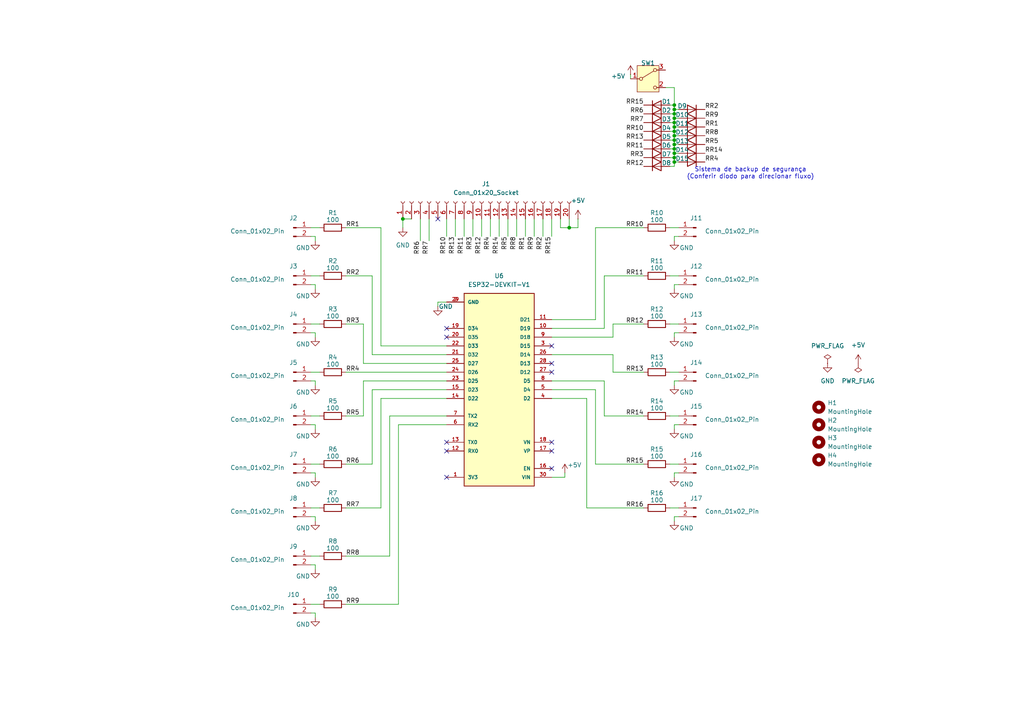
<source format=kicad_sch>
(kicad_sch (version 20231120) (generator "eeschema") (generator_version "8.0")
  (paper "A4")
  (title_block (title "Tool Manager PCB Schematic") (date "08/10/2024") (company "ETS - Robert Bosch Curitiba"))
  (lib_symbols
    (symbol "Connector:Conn_01x02_Pin" (pin_names (offset 1.016) hide)
      (property "Reference" "J" (at 0 2.54 0))
      (property "Value" "Conn_01x02_Pin" (at 0 -5.08 0))
      (symbol "Conn_01x02_Pin_1_1"
        (polyline (pts (xy 1.27 -2.54) (xy 0.8636 -2.54)) (stroke (width 0.1524)))
        (polyline (pts (xy 1.27 0) (xy 0.8636 0)) (stroke (width 0.1524)))
        (rectangle (start 0.8636 -2.413) (end 0 -2.667) (stroke (width 0.1524)) (fill (type outline)))
        (rectangle (start 0.8636 0.127) (end 0 -0.127) (stroke (width 0.1524)) (fill (type outline)))
        (pin passive line (at 5.08 0 180) (length 3.81) (name "Pin_1") (number "1"))
        (pin passive line (at 5.08 -2.54 180) (length 3.81) (name "Pin_2") (number "2"))
      )
    )
    (symbol "Connector:Conn_01x20_Socket" (pin_names (offset 1.016) hide)
      (property "Reference" "J" (at 0 25.4 0))
      (property "Value" "Conn_01x20_Socket" (at 0 -27.94 0))
      (symbol "Conn_01x20_Socket_1_1"
        (arc (start 0 -24.892) (mid -0.5058 -25.4) (end 0 -25.908) (stroke (width 0.1524)))
        (arc (start 0 -22.352) (mid -0.5058 -22.86) (end 0 -23.368) (stroke (width 0.1524)))
        (arc (start 0 -19.812) (mid -0.5058 -20.32) (end 0 -20.828) (stroke (width 0.1524)))
        (arc (start 0 -17.272) (mid -0.5058 -17.78) (end 0 -18.288) (stroke (width 0.1524)))
        (arc (start 0 -14.732) (mid -0.5058 -15.24) (end 0 -15.748) (stroke (width 0.1524)))
        (arc (start 0 -12.192) (mid -0.5058 -12.7) (end 0 -13.208) (stroke (width 0.1524)))
        (arc (start 0 -9.652) (mid -0.5058 -10.16) (end 0 -10.668) (stroke (width 0.1524)))
        (arc (start 0 -7.112) (mid -0.5058 -7.62) (end 0 -8.128) (stroke (width 0.1524)))
        (arc (start 0 -4.572) (mid -0.5058 -5.08) (end 0 -5.588) (stroke (width 0.1524)))
        (arc (start 0 -2.032) (mid -0.5058 -2.54) (end 0 -3.048) (stroke (width 0.1524)))
        (polyline (pts (xy -1.27 -25.4) (xy -0.508 -25.4)) (stroke (width 0.1524)))
        (polyline (pts (xy -1.27 -22.86) (xy -0.508 -22.86)) (stroke (width 0.1524)))
        (polyline (pts (xy -1.27 -20.32) (xy -0.508 -20.32)) (stroke (width 0.1524)))
        (polyline (pts (xy -1.27 -17.78) (xy -0.508 -17.78)) (stroke (width 0.1524)))
        (polyline (pts (xy -1.27 -15.24) (xy -0.508 -15.24)) (stroke (width 0.1524)))
        (polyline (pts (xy -1.27 -12.7) (xy -0.508 -12.7)) (stroke (width 0.1524)))
        (polyline (pts (xy -1.27 -10.16) (xy -0.508 -10.16)) (stroke (width 0.1524)))
        (polyline (pts (xy -1.27 -7.62) (xy -0.508 -7.62)) (stroke (width 0.1524)))
        (polyline (pts (xy -1.27 -5.08) (xy -0.508 -5.08)) (stroke (width 0.1524)))
        (polyline (pts (xy -1.27 -2.54) (xy -0.508 -2.54)) (stroke (width 0.1524)))
        (polyline (pts (xy -1.27 0) (xy -0.508 0)) (stroke (width 0.1524)))
        (polyline (pts (xy -1.27 2.54) (xy -0.508 2.54)) (stroke (width 0.1524)))
        (polyline (pts (xy -1.27 5.08) (xy -0.508 5.08)) (stroke (width 0.1524)))
        (polyline (pts (xy -1.27 7.62) (xy -0.508 7.62)) (stroke (width 0.1524)))
        (polyline (pts (xy -1.27 10.16) (xy -0.508 10.16)) (stroke (width 0.1524)))
        (polyline (pts (xy -1.27 12.7) (xy -0.508 12.7)) (stroke (width 0.1524)))
        (polyline (pts (xy -1.27 15.24) (xy -0.508 15.24)) (stroke (width 0.1524)))
        (polyline (pts (xy -1.27 17.78) (xy -0.508 17.78)) (stroke (width 0.1524)))
        (polyline (pts (xy -1.27 20.32) (xy -0.508 20.32)) (stroke (width 0.1524)))
        (polyline (pts (xy -1.27 22.86) (xy -0.508 22.86)) (stroke (width 0.1524)))
        (arc (start 0 0.508) (mid -0.5058 0) (end 0 -0.508) (stroke (width 0.1524)))
        (arc (start 0 3.048) (mid -0.5058 2.54) (end 0 2.032) (stroke (width 0.1524)))
        (arc (start 0 5.588) (mid -0.5058 5.08) (end 0 4.572) (stroke (width 0.1524)))
        (arc (start 0 8.128) (mid -0.5058 7.62) (end 0 7.112) (stroke (width 0.1524)))
        (arc (start 0 10.668) (mid -0.5058 10.16) (end 0 9.652) (stroke (width 0.1524)))
        (arc (start 0 13.208) (mid -0.5058 12.7) (end 0 12.192) (stroke (width 0.1524)))
        (arc (start 0 15.748) (mid -0.5058 15.24) (end 0 14.732) (stroke (width 0.1524)))
        (arc (start 0 18.288) (mid -0.5058 17.78) (end 0 17.272) (stroke (width 0.1524)))
        (arc (start 0 20.828) (mid -0.5058 20.32) (end 0 19.812) (stroke (width 0.1524)))
        (arc (start 0 23.368) (mid -0.5058 22.86) (end 0 22.352) (stroke (width 0.1524)))
        (pin passive line (at -5.08 22.86 0) (length 3.81) (name "Pin_1") (number "1"))
        (pin passive line (at -5.08 0 0) (length 3.81) (name "Pin_10") (number "10"))
        (pin passive line (at -5.08 -2.54 0) (length 3.81) (name "Pin_11") (number "11"))
        (pin passive line (at -5.08 -5.08 0) (length 3.81) (name "Pin_12") (number "12"))
        (pin passive line (at -5.08 -7.62 0) (length 3.81) (name "Pin_13") (number "13"))
        (pin passive line (at -5.08 -10.16 0) (length 3.81) (name "Pin_14") (number "14"))
        (pin passive line (at -5.08 -12.7 0) (length 3.81) (name "Pin_15") (number "15"))
        (pin passive line (at -5.08 -15.24 0) (length 3.81) (name "Pin_16") (number "16"))
        (pin passive line (at -5.08 -17.78 0) (length 3.81) (name "Pin_17") (number "17"))
        (pin passive line (at -5.08 -20.32 0) (length 3.81) (name "Pin_18") (number "18"))
        (pin passive line (at -5.08 -22.86 0) (length 3.81) (name "Pin_19") (number "19"))
        (pin passive line (at -5.08 20.32 0) (length 3.81) (name "Pin_2") (number "2"))
        (pin passive line (at -5.08 -25.4 0) (length 3.81) (name "Pin_20") (number "20"))
        (pin passive line (at -5.08 17.78 0) (length 3.81) (name "Pin_3") (number "3"))
        (pin passive line (at -5.08 15.24 0) (length 3.81) (name "Pin_4") (number "4"))
        (pin passive line (at -5.08 12.7 0) (length 3.81) (name "Pin_5") (number "5"))
        (pin passive line (at -5.08 10.16 0) (length 3.81) (name "Pin_6") (number "6"))
        (pin passive line (at -5.08 7.62 0) (length 3.81) (name "Pin_7") (number "7"))
        (pin passive line (at -5.08 5.08 0) (length 3.81) (name "Pin_8") (number "8"))
        (pin passive line (at -5.08 2.54 0) (length 3.81) (name "Pin_9") (number "9"))
      )
    )
    (symbol "Device:R" (pin_numbers hide) (pin_names (offset 0))
      (property "Reference" "R" (at 2.032 0 90))
      (property "Value" "R" (at 0 0 90))
      (symbol "R_0_1"
        (rectangle (start -1.016 -2.54) (end 1.016 2.54) (stroke (width 0.254)))
      )
      (symbol "R_1_1"
        (pin passive line (at 0 3.81 270) (length 1.27) (name "~") (number "1"))
        (pin passive line (at 0 -3.81 90) (length 1.27) (name "~") (number "2"))
      )
    )
    (symbol "Diode:STBR3008WY" (pin_numbers hide) (pin_names hide)
      (property "Reference" "D" (at 0 5.08 0))
      (property "Value" "STBR3008WY" (at 0 2.54 0))
      (symbol "STBR3008WY_0_1"
        (polyline (pts (xy -1.27 1.27) (xy -1.27 -1.27)) (stroke (width 0.254)))
        (polyline (pts (xy 1.27 0) (xy -1.27 0)))
        (polyline (pts (xy 1.27 1.27) (xy 1.27 -1.27) (xy -1.27 0) (xy 1.27 1.27)) (stroke (width 0.254)))
      )
      (symbol "STBR3008WY_1_1"
        (pin passive line (at -3.81 0 0) (length 2.54) (name "K") (number "1"))
        (pin passive line (at 3.81 0 180) (length 2.54) (name "A") (number "2"))
      )
    )
    (symbol "ESP32-DEVKIT-V1:ESP32-DEVKIT-V1" (pin_names (offset 1.016))
      (property "Reference" "U" (at -10.16 30.48 0))
      (property "Value" "ESP32-DEVKIT-V1" (at -10.16 -30.48 0))
      (symbol "ESP32-DEVKIT-V1_0_0"
        (rectangle (start -10.16 -27.94) (end 10.16 27.94) (stroke (width 0.254)) (fill (type background)))
        (pin output line (at 15.24 25.4 180) (length 5.08) (name "3V3") (number "1"))
        (pin bidirectional line (at -15.24 -17.78 0) (length 5.08) (name "D19") (number "10"))
        (pin bidirectional line (at -15.24 -20.32 0) (length 5.08) (name "D21") (number "11"))
        (pin input line (at 15.24 17.78 180) (length 5.08) (name "RX0") (number "12"))
        (pin output line (at 15.24 15.24 180) (length 5.08) (name "TX0") (number "13"))
        (pin bidirectional line (at 15.24 2.54 180) (length 5.08) (name "D22") (number "14"))
        (pin bidirectional line (at 15.24 0 180) (length 5.08) (name "D23") (number "15"))
        (pin input line (at -15.24 22.86 0) (length 5.08) (name "EN") (number "16"))
        (pin bidirectional line (at -15.24 17.78 0) (length 5.08) (name "VP") (number "17"))
        (pin bidirectional line (at -15.24 15.24 0) (length 5.08) (name "VN") (number "18"))
        (pin bidirectional line (at 15.24 -17.78 180) (length 5.08) (name "D34") (number "19"))
        (pin power_in line (at 15.24 -25.4 180) (length 5.08) (name "GND") (number "2"))
        (pin bidirectional line (at 15.24 -15.24 180) (length 5.08) (name "D35") (number "20"))
        (pin bidirectional line (at 15.24 -10.16 180) (length 5.08) (name "D32") (number "21"))
        (pin bidirectional line (at 15.24 -12.7 180) (length 5.08) (name "D33") (number "22"))
        (pin bidirectional line (at 15.24 -2.54 180) (length 5.08) (name "D25") (number "23"))
        (pin bidirectional line (at 15.24 -5.08 180) (length 5.08) (name "D26") (number "24"))
        (pin bidirectional line (at 15.24 -7.62 180) (length 5.08) (name "D27") (number "25"))
        (pin bidirectional line (at -15.24 -10.16 0) (length 5.08) (name "D14") (number "26"))
        (pin bidirectional line (at -15.24 -5.08 0) (length 5.08) (name "D12") (number "27"))
        (pin bidirectional line (at -15.24 -7.62 0) (length 5.08) (name "D13") (number "28"))
        (pin power_in line (at 15.24 -25.4 180) (length 5.08) (name "GND") (number "29"))
        (pin bidirectional line (at -15.24 -12.7 0) (length 5.08) (name "D15") (number "3"))
        (pin input line (at -15.24 25.4 0) (length 5.08) (name "VIN") (number "30"))
        (pin bidirectional line (at -15.24 2.54 0) (length 5.08) (name "D2") (number "4"))
        (pin bidirectional line (at -15.24 0 0) (length 5.08) (name "D4") (number "5"))
        (pin input line (at 15.24 10.16 180) (length 5.08) (name "RX2") (number "6"))
        (pin output line (at 15.24 7.62 180) (length 5.08) (name "TX2") (number "7"))
        (pin bidirectional line (at -15.24 -2.54 0) (length 5.08) (name "D5") (number "8"))
        (pin bidirectional line (at -15.24 -15.24 0) (length 5.08) (name "D18") (number "9"))
      )
    )
    (symbol "Mechanical:MountingHole" (pin_names (offset 1.016)) (exclude_from_sim yes) (in_bom no)
      (property "Reference" "H" (at 0 5.08 0))
      (property "Value" "MountingHole" (at 0 3.175 0))
      (symbol "MountingHole_0_1"
        (circle (center 0 0) (radius 1.27) (stroke (width 1.27)))
      )
    )
    (symbol "Switch:SW_Wuerth_450301014042" (pin_names (offset 1) hide)
      (property "Reference" "SW" (at 0 5.08 0))
      (property "Value" "SW_Wuerth_450301014042" (at 0 -5.08 0))
      (symbol "SW_Wuerth_450301014042_0_1"
        (circle (center -2.032 0) (radius 0.4572))
        (polyline (pts (xy -1.651 0.254) (xy 1.651 2.286)))
        (circle (center 2.032 -2.54) (radius 0.4572))
        (circle (center 2.032 2.54) (radius 0.4572))
      )
      (symbol "SW_Wuerth_450301014042_1_1"
        (rectangle (start -3.175 3.81) (end 3.175 -3.81) (fill (type background)))
        (pin passive line (at -5.08 0 0) (length 2.54) (name "B") (number "1"))
        (pin passive line (at 5.08 -2.54 180) (length 2.54) (name "C") (number "2"))
        (pin passive line (at 5.08 2.54 180) (length 2.54) (name "A") (number "3"))
      )
    )
    (symbol "power:+5V" (power) (pin_numbers hide) (pin_names (offset 0) hide)
      (property "Value" "+5V" (at 0 3.556 0))
      (symbol "+5V_0_1"
        (polyline (pts (xy -0.762 1.27) (xy 0 2.54)))
        (polyline (pts (xy 0 0) (xy 0 2.54)))
        (polyline (pts (xy 0 2.54) (xy 0.762 1.27)))
      )
      (symbol "+5V_1_1"
        (pin power_in line (at 0 0 90) (length 0) (name "~") (number "1"))
      )
    )
    (symbol "power:GND" (power) (pin_numbers hide) (pin_names (offset 0) hide)
      (property "Value" "GND" (at 0 -3.81 0))
      (symbol "GND_0_1"
        (polyline (pts (xy 0 0) (xy 0 -1.27) (xy 1.27 -1.27) (xy 0 -2.54) (xy -1.27 -1.27) (xy 0 -1.27)))
      )
      (symbol "GND_1_1"
        (pin power_in line (at 0 0 270) (length 0) (name "~") (number "1"))
      )
    )
    (symbol "power:PWR_FLAG" (power) (pin_numbers hide) (pin_names (offset 0) hide)
      (property "Value" "PWR_FLAG" (at 0 3.81 0))
      (symbol "PWR_FLAG_0_0"
        (pin power_out line (at 0 0 90) (length 0) (name "~") (number "1"))
      )
      (symbol "PWR_FLAG_0_1"
        (polyline (pts (xy 0 0) (xy 0 1.27) (xy -1.016 1.905) (xy 0 2.54) (xy 1.016 1.905) (xy 0 1.27)))
      )
    )
  )
  (junction (at 195.58 39.37))
  (junction (at 195.58 44.45))
  (junction (at 165.1 66.04))
  (junction (at 195.58 30.48))
  (junction (at 195.58 35.56))
  (junction (at 195.58 36.83))
  (junction (at 195.58 34.29))
  (junction (at 116.84 63.5))
  (junction (at 195.58 33.02))
  (junction (at 195.58 38.1))
  (junction (at 195.58 41.91))
  (junction (at 195.58 46.99))
  (junction (at 195.58 43.18))
  (junction (at 195.58 45.72))
  (junction (at 195.58 40.64))
  (junction (at 195.58 31.75))
  (no_connect (at 160.02 135.89))
  (no_connect (at 129.54 138.43))
  (no_connect (at 129.54 130.81))
  (no_connect (at 160.02 105.41))
  (no_connect (at 129.54 128.27))
  (no_connect (at 129.54 95.25))
  (no_connect (at 127 63.5))
  (no_connect (at 160.02 130.81))
  (no_connect (at 160.02 100.33))
  (no_connect (at 129.54 97.79))
  (no_connect (at 160.02 128.27))
  (no_connect (at 160.02 107.95))
  (wire (pts (xy 193.04 25.4) (xy 195.58 25.4)))
  (wire (pts (xy 129.54 113.03) (xy 107.95 113.03)))
  (wire (pts (xy 186.69 66.04) (xy 172.72 66.04)))
  (wire (pts (xy 195.58 36.83) (xy 195.58 35.56)))
  (wire (pts (xy 177.8 93.98) (xy 177.8 97.79)))
  (wire (pts (xy 90.17 96.52) (xy 91.44 96.52)))
  (wire (pts (xy 100.33 93.98) (xy 105.41 93.98)))
  (wire (pts (xy 107.95 102.87) (xy 129.54 102.87)))
  (wire (pts (xy 186.69 80.01) (xy 175.26 80.01)))
  (wire (pts (xy 195.58 96.52) (xy 195.58 97.79)))
  (wire (pts (xy 91.44 110.49) (xy 91.44 111.76)))
  (wire (pts (xy 91.44 96.52) (xy 91.44 97.79)))
  (wire (pts (xy 186.69 134.62) (xy 172.72 134.62)))
  (wire (pts (xy 100.33 147.32) (xy 110.49 147.32)))
  (wire (pts (xy 195.58 34.29) (xy 196.85 34.29)))
  (wire (pts (xy 195.58 31.75) (xy 196.85 31.75)))
  (wire (pts (xy 142.24 63.5) (xy 142.24 68.58)))
  (wire (pts (xy 137.16 63.5) (xy 137.16 68.58)))
  (wire (pts (xy 100.33 175.26) (xy 115.57 175.26)))
  (wire (pts (xy 195.58 40.64) (xy 195.58 39.37)))
  (wire (pts (xy 105.41 105.41) (xy 129.54 105.41)))
  (wire (pts (xy 182.88 21.59) (xy 182.88 22.86)))
  (wire (pts (xy 186.69 147.32) (xy 170.18 147.32)))
  (wire (pts (xy 196.85 93.98) (xy 194.31 93.98)))
  (wire (pts (xy 195.58 33.02) (xy 195.58 31.75)))
  (wire (pts (xy 195.58 45.72) (xy 195.58 44.45)))
  (wire (pts (xy 90.17 123.19) (xy 91.44 123.19)))
  (wire (pts (xy 196.85 120.65) (xy 194.31 120.65)))
  (wire (pts (xy 100.33 120.65) (xy 105.41 120.65)))
  (wire (pts (xy 91.44 149.86) (xy 91.44 151.13)))
  (wire (pts (xy 195.58 149.86) (xy 195.58 151.13)))
  (wire (pts (xy 107.95 80.01) (xy 107.95 102.87)))
  (wire (pts (xy 147.32 68.58) (xy 147.32 63.5)))
  (wire (pts (xy 129.54 110.49) (xy 105.41 110.49)))
  (wire (pts (xy 195.58 43.18) (xy 195.58 41.91)))
  (wire (pts (xy 160.02 97.79) (xy 177.8 97.79)))
  (wire (pts (xy 194.31 48.26) (xy 195.58 48.26)))
  (wire (pts (xy 196.85 68.58) (xy 195.58 68.58)))
  (wire (pts (xy 195.58 31.75) (xy 195.58 30.48)))
  (wire (pts (xy 90.17 93.98) (xy 92.71 93.98)))
  (wire (pts (xy 110.49 115.57) (xy 129.54 115.57)))
  (wire (pts (xy 100.33 66.04) (xy 110.49 66.04)))
  (wire (pts (xy 163.83 138.43) (xy 160.02 138.43)))
  (wire (pts (xy 149.86 68.58) (xy 149.86 63.5)))
  (wire (pts (xy 196.85 96.52) (xy 195.58 96.52)))
  (wire (pts (xy 160.02 68.58) (xy 160.02 63.5)))
  (wire (pts (xy 90.17 137.16) (xy 91.44 137.16)))
  (wire (pts (xy 107.95 113.03) (xy 107.95 134.62)))
  (wire (pts (xy 160.02 102.87) (xy 177.8 102.87)))
  (wire (pts (xy 196.85 82.55) (xy 195.58 82.55)))
  (wire (pts (xy 196.85 149.86) (xy 195.58 149.86)))
  (wire (pts (xy 172.72 134.62) (xy 172.72 113.03)))
  (wire (pts (xy 195.58 38.1) (xy 195.58 36.83)))
  (wire (pts (xy 196.85 123.19) (xy 195.58 123.19)))
  (wire (pts (xy 129.54 63.5) (xy 129.54 68.58)))
  (wire (pts (xy 196.85 66.04) (xy 194.31 66.04)))
  (wire (pts (xy 90.17 163.83) (xy 91.44 163.83)))
  (wire (pts (xy 90.17 120.65) (xy 92.71 120.65)))
  (wire (pts (xy 195.58 48.26) (xy 195.58 46.99)))
  (wire (pts (xy 100.33 107.95) (xy 129.54 107.95)))
  (wire (pts (xy 195.58 137.16) (xy 195.58 138.43)))
  (wire (pts (xy 160.02 115.57) (xy 170.18 115.57)))
  (wire (pts (xy 90.17 161.29) (xy 92.71 161.29)))
  (wire (pts (xy 90.17 149.86) (xy 91.44 149.86)))
  (wire (pts (xy 177.8 107.95) (xy 186.69 107.95)))
  (wire (pts (xy 115.57 175.26) (xy 115.57 123.19)))
  (wire (pts (xy 115.57 123.19) (xy 129.54 123.19)))
  (wire (pts (xy 195.58 25.4) (xy 195.58 30.48)))
  (wire (pts (xy 90.17 177.8) (xy 91.44 177.8)))
  (wire (pts (xy 196.85 137.16) (xy 195.58 137.16)))
  (wire (pts (xy 196.85 110.49) (xy 195.58 110.49)))
  (wire (pts (xy 91.44 68.58) (xy 91.44 69.85)))
  (wire (pts (xy 165.1 63.5) (xy 165.1 66.04)))
  (wire (pts (xy 195.58 30.48) (xy 194.31 30.48)))
  (wire (pts (xy 162.56 66.04) (xy 165.1 66.04)))
  (wire (pts (xy 194.31 35.56) (xy 195.58 35.56)))
  (wire (pts (xy 160.02 95.25) (xy 175.26 95.25)))
  (wire (pts (xy 194.31 40.64) (xy 195.58 40.64)))
  (wire (pts (xy 195.58 46.99) (xy 195.58 45.72)))
  (wire (pts (xy 195.58 35.56) (xy 195.58 34.29)))
  (wire (pts (xy 90.17 175.26) (xy 92.71 175.26)))
  (wire (pts (xy 194.31 38.1) (xy 195.58 38.1)))
  (wire (pts (xy 195.58 39.37) (xy 195.58 38.1)))
  (wire (pts (xy 195.58 82.55) (xy 195.58 83.82)))
  (wire (pts (xy 110.49 147.32) (xy 110.49 115.57)))
  (wire (pts (xy 100.33 161.29) (xy 113.03 161.29)))
  (wire (pts (xy 116.84 63.5) (xy 116.84 66.04)))
  (wire (pts (xy 90.17 82.55) (xy 91.44 82.55)))
  (wire (pts (xy 100.33 80.01) (xy 107.95 80.01)))
  (wire (pts (xy 152.4 68.58) (xy 152.4 63.5)))
  (wire (pts (xy 91.44 177.8) (xy 91.44 179.07)))
  (wire (pts (xy 116.84 63.5) (xy 119.38 63.5)))
  (wire (pts (xy 163.83 137.16) (xy 163.83 138.43)))
  (wire (pts (xy 194.31 43.18) (xy 195.58 43.18)))
  (wire (pts (xy 90.17 134.62) (xy 92.71 134.62)))
  (wire (pts (xy 194.31 33.02) (xy 195.58 33.02)))
  (wire (pts (xy 154.94 68.58) (xy 154.94 63.5)))
  (wire (pts (xy 139.7 63.5) (xy 139.7 68.58)))
  (wire (pts (xy 105.41 110.49) (xy 105.41 120.65)))
  (wire (pts (xy 195.58 44.45) (xy 195.58 43.18)))
  (wire (pts (xy 195.58 41.91) (xy 196.85 41.91)))
  (wire (pts (xy 90.17 110.49) (xy 91.44 110.49)))
  (wire (pts (xy 160.02 92.71) (xy 172.72 92.71)))
  (wire (pts (xy 175.26 80.01) (xy 175.26 95.25)))
  (wire (pts (xy 172.72 66.04) (xy 172.72 92.71)))
  (wire (pts (xy 110.49 66.04) (xy 110.49 100.33)))
  (wire (pts (xy 91.44 123.19) (xy 91.44 124.46)))
  (wire (pts (xy 157.48 68.58) (xy 157.48 63.5)))
  (wire (pts (xy 175.26 120.65) (xy 175.26 110.49)))
  (wire (pts (xy 90.17 80.01) (xy 92.71 80.01)))
  (wire (pts (xy 195.58 41.91) (xy 195.58 40.64)))
  (wire (pts (xy 121.92 63.5) (xy 121.92 69.85)))
  (wire (pts (xy 113.03 161.29) (xy 113.03 120.65)))
  (wire (pts (xy 113.03 120.65) (xy 129.54 120.65)))
  (wire (pts (xy 90.17 147.32) (xy 92.71 147.32)))
  (wire (pts (xy 132.08 63.5) (xy 132.08 68.58)))
  (wire (pts (xy 162.56 63.5) (xy 162.56 66.04)))
  (wire (pts (xy 196.85 107.95) (xy 194.31 107.95)))
  (wire (pts (xy 172.72 113.03) (xy 160.02 113.03)))
  (wire (pts (xy 195.58 46.99) (xy 196.85 46.99)))
  (wire (pts (xy 90.17 68.58) (xy 91.44 68.58)))
  (wire (pts (xy 165.1 66.04) (xy 167.64 66.04)))
  (wire (pts (xy 195.58 34.29) (xy 195.58 33.02)))
  (wire (pts (xy 194.31 45.72) (xy 195.58 45.72)))
  (wire (pts (xy 100.33 134.62) (xy 107.95 134.62)))
  (wire (pts (xy 195.58 36.83) (xy 196.85 36.83)))
  (wire (pts (xy 91.44 163.83) (xy 91.44 165.1)))
  (wire (pts (xy 195.58 68.58) (xy 195.58 69.85)))
  (wire (pts (xy 195.58 44.45) (xy 196.85 44.45)))
  (wire (pts (xy 196.85 147.32) (xy 194.31 147.32)))
  (wire (pts (xy 90.17 107.95) (xy 92.71 107.95)))
  (wire (pts (xy 186.69 120.65) (xy 175.26 120.65)))
  (wire (pts (xy 170.18 147.32) (xy 170.18 115.57)))
  (wire (pts (xy 186.69 93.98) (xy 177.8 93.98)))
  (wire (pts (xy 105.41 93.98) (xy 105.41 105.41)))
  (wire (pts (xy 134.62 63.5) (xy 134.62 68.58)))
  (wire (pts (xy 91.44 82.55) (xy 91.44 83.82)))
  (wire (pts (xy 195.58 110.49) (xy 195.58 111.76)))
  (wire (pts (xy 177.8 102.87) (xy 177.8 107.95)))
  (wire (pts (xy 196.85 134.62) (xy 194.31 134.62)))
  (wire (pts (xy 196.85 80.01) (xy 194.31 80.01)))
  (wire (pts (xy 160.02 110.49) (xy 175.26 110.49)))
  (wire (pts (xy 110.49 100.33) (xy 129.54 100.33)))
  (wire (pts (xy 90.17 66.04) (xy 92.71 66.04)))
  (wire (pts (xy 91.44 137.16) (xy 91.44 138.43)))
  (wire (pts (xy 127 88.9) (xy 127 87.63)))
  (wire (pts (xy 167.64 63.5) (xy 167.64 66.04)))
  (wire (pts (xy 127 87.63) (xy 129.54 87.63)))
  (wire (pts (xy 144.78 68.58) (xy 144.78 63.5)))
  (wire (pts (xy 195.58 123.19) (xy 195.58 124.46)))
  (wire (pts (xy 124.46 63.5) (xy 124.46 69.85)))
  (wire (pts (xy 195.58 39.37) (xy 196.85 39.37)))
  (text "Sistema de backup de segurança\n(Conferir diodo para direcionar fluxo)\n" (at 217.678 50.292 0) (effects (font (size 1.27 1.27))))
  (label "RR11" (at 134.62 68.58 270))
  (label "RR15" (at 186.69 30.48 180))
  (label "RR5" (at 100.33 120.65 0))
  (label "RR5" (at 147.32 68.58 270))
  (label "RR2" (at 204.47 31.75 0))
  (label "RR11" (at 186.69 43.18 180))
  (label "RR5" (at 204.47 41.91 0))
  (label "RR3" (at 100.33 93.98 0))
  (label "RR8" (at 204.47 39.37 0))
  (label "RR6" (at 121.92 69.85 270))
  (label "RR9" (at 100.33 175.26 0))
  (label "RR2" (at 100.33 80.01 0))
  (label "RR1" (at 204.47 36.83 0))
  (label "RR4" (at 142.24 68.58 270))
  (label "RR14" (at 186.69 120.65 180))
  (label "RR3" (at 137.16 68.58 270))
  (label "RR13" (at 186.69 107.95 180))
  (label "RR11" (at 186.69 80.01 180))
  (label "RR15" (at 186.69 134.62 180))
  (label "RR8" (at 100.33 161.29 0))
  (label "RR12" (at 186.69 93.98 180))
  (label "RR12" (at 139.7 68.58 270))
  (label "RR13" (at 186.69 40.64 180))
  (label "RR1" (at 100.33 66.04 0))
  (label "RR4" (at 100.33 107.95 0))
  (label "RR7" (at 100.33 147.32 0))
  (label "RR6" (at 100.33 134.62 0))
  (label "RR1" (at 152.4 68.58 270))
  (label "RR16" (at 186.69 147.32 180))
  (label "RR10" (at 186.69 66.04 180))
  (label "RR3" (at 186.69 45.72 180))
  (label "RR9" (at 204.47 34.29 0))
  (label "RR8" (at 149.86 68.58 270))
  (label "RR14" (at 204.47 44.45 0))
  (label "RR14" (at 144.78 68.58 270))
  (label "RR7" (at 124.46 69.85 270))
  (label "RR9" (at 154.94 68.58 270))
  (label "RR10" (at 129.54 68.58 270))
  (label "RR7" (at 186.69 35.56 180))
  (label "RR15" (at 160.02 68.58 270))
  (label "RR13" (at 132.08 68.58 270))
  (label "RR4" (at 204.47 46.99 0))
  (label "RR2" (at 157.48 68.58 270))
  (label "RR6" (at 186.69 33.02 180))
  (label "RR12" (at 186.69 48.26 180))
  (label "RR10" (at 186.69 38.1 180))
  (symbol (lib_id "Connector:Conn_01x02_Pin") (at 85.09 93.98 0) (unit 1)
    (property "Reference" "J4" (at 85.09 91.186 0))
    (property "Value" "Conn_01x02_Pin" (at 74.676 94.996 0))
    (property "Footprint" "Addlibrary:PinHeader_1x02_P2.54mm_VerticalLongPads" (effects (hide yes)))
    (property "Description" "Generic connector, single row, 01x02, script generated" (effects (hide yes)))
  )
  (symbol (lib_id "Connector:Conn_01x02_Pin") (at 85.09 66.04 0) (unit 1)
    (property "Reference" "J2" (at 85.09 63.246 0))
    (property "Value" "Conn_01x02_Pin" (at 74.676 67.056 0))
    (property "Footprint" "Addlibrary:PinHeader_1x02_P2.54mm_VerticalLongPads" (effects (hide yes)))
    (property "Description" "Generic connector, single row, 01x02, script generated" (effects (hide yes)))
  )
  (symbol (lib_id "Connector:Conn_01x02_Pin") (at 85.09 161.29 0) (unit 1)
    (property "Reference" "J9" (at 85.09 158.496 0))
    (property "Value" "Conn_01x02_Pin" (at 74.676 162.306 0))
    (property "Footprint" "Addlibrary:PinHeader_1x02_P2.54mm_VerticalLongPads" (effects (hide yes)))
    (property "Description" "Generic connector, single row, 01x02, script generated" (effects (hide yes)))
  )
  (symbol (lib_id "power:GND") (at 195.58 69.85 0) (mirror y) (unit 1)
    (property "Reference" "#PWR016" (effects (hide yes)))
    (property "Value" "GND" (at 199.136 71.882 0))
    (property "Description" "Power symbol creates a global label with name \"GND\" , ground" (effects (hide yes)))
  )
  (symbol (lib_id "power:GND") (at 195.58 124.46 0) (mirror y) (unit 1)
    (property "Reference" "#PWR020" (effects (hide yes)))
    (property "Value" "GND" (at 199.136 126.492 0))
    (property "Description" "Power symbol creates a global label with name \"GND\" , ground" (effects (hide yes)))
  )
  (symbol (lib_id "Diode:STBR3008WY") (at 200.66 31.75 0) (mirror y) (unit 1)
    (property "Reference" "D9" (at 197.866 30.734 0))
    (property "Value" "STBR3008WY" (effects (hide yes)))
    (property "Footprint" "Diode_THT:D_DO-201_P12.70mm_Horizontal" (effects (hide yes)))
    (property "Datasheet" "https://www.st.com/resource/en/datasheet/stbr3008-y.pdf" (effects (hide yes)))
    (property "Description" "800V, 30A, General Purpose Rectifier Diode, DO-247" (effects (hide yes)))
    (property "Sim.Device" "D" (effects (hide yes)))
    (property "Sim.Pins" "1=K 2=A" (effects (hide yes)))
  )
  (symbol (lib_id "power:GND") (at 195.58 138.43 0) (mirror y) (unit 1)
    (property "Reference" "#PWR021" (effects (hide yes)))
    (property "Value" "GND" (at 199.136 140.462 0))
    (property "Description" "Power symbol creates a global label with name \"GND\" , ground" (effects (hide yes)))
  )
  (symbol (lib_id "Connector:Conn_01x20_Socket") (at 139.7 58.42 90) (unit 1)
    (property "Reference" "J1" (at 140.97 53.34 90))
    (property "Value" "Conn_01x20_Socket" (at 140.97 55.88 90))
    (property "Footprint" "Addlibrary:PinSocket_2x10_P2.54mm_VerticalLongPads" (effects (hide yes)))
    (property "Description" "Generic connector, single row, 01x20, script generated" (effects (hide yes)))
  )
  (symbol (lib_id "Connector:Conn_01x02_Pin") (at 85.09 80.01 0) (unit 1)
    (property "Reference" "J3" (at 85.09 77.216 0))
    (property "Value" "Conn_01x02_Pin" (at 74.676 81.026 0))
    (property "Footprint" "Addlibrary:PinHeader_1x02_P2.54mm_VerticalLongPads" (effects (hide yes)))
    (property "Description" "Generic connector, single row, 01x02, script generated" (effects (hide yes)))
  )
  (symbol (lib_id "Mechanical:MountingHole") (at 237.49 133.35 0) (unit 1) (exclude_from_sim yes) (in_bom no)
    (property "Reference" "H4" (at 240.03 132.0799 0) (effects (justify left)))
    (property "Value" "MountingHole" (at 240.03 134.6199 0) (effects (justify left)))
    (property "Footprint" "MountingHole:MountingHole_3.2mm_M3" (effects (hide yes)))
    (property "Description" "Mounting Hole without connection" (effects (hide yes)))
  )
  (symbol (lib_id "Diode:STBR3008WY") (at 190.5 33.02 0) (unit 1)
    (property "Reference" "D2" (at 193.294 32.004 0))
    (property "Value" "STBR3008WY" (effects (hide yes)))
    (property "Footprint" "Diode_THT:D_DO-201_P12.70mm_Horizontal" (effects (hide yes)))
    (property "Datasheet" "https://www.st.com/resource/en/datasheet/stbr3008-y.pdf" (effects (hide yes)))
    (property "Description" "800V, 30A, General Purpose Rectifier Diode, DO-247" (effects (hide yes)))
    (property "Sim.Device" "D" (effects (hide yes)))
    (property "Sim.Pins" "1=K 2=A" (effects (hide yes)))
  )
  (symbol (lib_id "Diode:STBR3008WY") (at 200.66 41.91 0) (mirror y) (unit 1)
    (property "Reference" "D13" (at 197.866 40.894 0))
    (property "Value" "STBR3008WY" (effects (hide yes)))
    (property "Footprint" "Diode_THT:D_DO-201_P12.70mm_Horizontal" (effects (hide yes)))
    (property "Datasheet" "https://www.st.com/resource/en/datasheet/stbr3008-y.pdf" (effects (hide yes)))
    (property "Description" "800V, 30A, General Purpose Rectifier Diode, DO-247" (effects (hide yes)))
    (property "Sim.Device" "D" (effects (hide yes)))
    (property "Sim.Pins" "1=K 2=A" (effects (hide yes)))
  )
  (symbol (lib_id "power:GND") (at 240.03 105.41 0) (unit 1)
    (property "Reference" "#PWR014" (effects (hide yes)))
    (property "Value" "GND" (at 240.03 110.49 0))
    (property "Description" "Power symbol creates a global label with name \"GND\" , ground" (effects (hide yes)))
  )
  (symbol (lib_id "Diode:STBR3008WY") (at 190.5 35.56 0) (unit 1)
    (property "Reference" "D3" (at 193.294 34.544 0))
    (property "Value" "STBR3008WY" (effects (hide yes)))
    (property "Footprint" "Diode_THT:D_DO-201_P12.70mm_Horizontal" (effects (hide yes)))
    (property "Datasheet" "https://www.st.com/resource/en/datasheet/stbr3008-y.pdf" (effects (hide yes)))
    (property "Description" "800V, 30A, General Purpose Rectifier Diode, DO-247" (effects (hide yes)))
    (property "Sim.Device" "D" (effects (hide yes)))
    (property "Sim.Pins" "1=K 2=A" (effects (hide yes)))
  )
  (symbol (lib_id "Device:R") (at 96.52 175.26 90) (unit 1)
    (property "Reference" "R9" (at 96.52 170.942 90))
    (property "Value" "100" (at 96.52 172.974 90))
    (property "Footprint" "Addlibrary:R_Axial_DIN0411_L9.9mm_D3.6mm_P12.70mm_HorizontalLONGPADS" (effects (hide yes)))
    (property "Description" "Resistor" (effects (hide yes)))
  )
  (symbol (lib_id "Diode:STBR3008WY") (at 190.5 40.64 0) (unit 1)
    (property "Reference" "D5" (at 193.294 39.624 0))
    (property "Value" "STBR3008WY" (effects (hide yes)))
    (property "Footprint" "Diode_THT:D_DO-201_P12.70mm_Horizontal" (effects (hide yes)))
    (property "Datasheet" "https://www.st.com/resource/en/datasheet/stbr3008-y.pdf" (effects (hide yes)))
    (property "Description" "800V, 30A, General Purpose Rectifier Diode, DO-247" (effects (hide yes)))
    (property "Sim.Device" "D" (effects (hide yes)))
    (property "Sim.Pins" "1=K 2=A" (effects (hide yes)))
  )
  (symbol (lib_id "power:GND") (at 195.58 111.76 0) (mirror y) (unit 1)
    (property "Reference" "#PWR019" (effects (hide yes)))
    (property "Value" "GND" (at 199.136 113.792 0))
    (property "Description" "Power symbol creates a global label with name \"GND\" , ground" (effects (hide yes)))
  )
  (symbol (lib_id "power:+5V") (at 248.92 105.41 0) (unit 1)
    (property "Reference" "#PWR015" (effects (hide yes)))
    (property "Value" "+5V" (at 250.952 100.076 0) (effects (justify right)))
    (property "Description" "Power symbol creates a global label with name \"+5V\"" (effects (hide yes)))
  )
  (symbol (lib_id "Connector:Conn_01x02_Pin") (at 201.93 147.32 0) (mirror y) (unit 1)
    (property "Reference" "J17" (at 201.93 144.526 0))
    (property "Value" "Conn_01x02_Pin" (at 212.344 148.336 0))
    (property "Footprint" "Addlibrary:PinHeader_1x02_P2.54mm_VerticalLongPads" (effects (hide yes)))
    (property "Description" "Generic connector, single row, 01x02, script generated" (effects (hide yes)))
  )
  (symbol (lib_id "Connector:Conn_01x02_Pin") (at 201.93 93.98 0) (mirror y) (unit 1)
    (property "Reference" "J13" (at 201.93 91.186 0))
    (property "Value" "Conn_01x02_Pin" (at 212.344 94.996 0))
    (property "Footprint" "Addlibrary:PinHeader_1x02_P2.54mm_VerticalLongPads" (effects (hide yes)))
    (property "Description" "Generic connector, single row, 01x02, script generated" (effects (hide yes)))
  )
  (symbol (lib_id "Device:R") (at 190.5 120.65 270) (mirror x) (unit 1)
    (property "Reference" "R14" (at 190.5 116.332 90))
    (property "Value" "100" (at 190.5 118.364 90))
    (property "Footprint" "Addlibrary:R_Axial_DIN0411_L9.9mm_D3.6mm_P12.70mm_HorizontalLONGPADS" (effects (hide yes)))
    (property "Description" "Resistor" (effects (hide yes)))
  )
  (symbol (lib_id "power:GND") (at 91.44 124.46 0) (unit 1)
    (property "Reference" "#PWR09" (effects (hide yes)))
    (property "Value" "GND" (at 87.884 126.492 0))
    (property "Description" "Power symbol creates a global label with name \"GND\" , ground" (effects (hide yes)))
  )
  (symbol (lib_id "power:GND") (at 195.58 97.79 0) (mirror y) (unit 1)
    (property "Reference" "#PWR018" (effects (hide yes)))
    (property "Value" "GND" (at 199.136 99.822 0))
    (property "Description" "Power symbol creates a global label with name \"GND\" , ground" (effects (hide yes)))
  )
  (symbol (lib_id "Device:R") (at 190.5 93.98 270) (mirror x) (unit 1)
    (property "Reference" "R12" (at 190.5 89.662 90))
    (property "Value" "100" (at 190.5 91.694 90))
    (property "Footprint" "Addlibrary:R_Axial_DIN0411_L9.9mm_D3.6mm_P12.70mm_HorizontalLONGPADS" (effects (hide yes)))
    (property "Description" "Resistor" (effects (hide yes)))
  )
  (symbol (lib_id "Diode:STBR3008WY") (at 200.66 39.37 0) (mirror y) (unit 1)
    (property "Reference" "D12" (at 197.866 38.354 0))
    (property "Value" "STBR3008WY" (effects (hide yes)))
    (property "Footprint" "Diode_THT:D_DO-201_P12.70mm_Horizontal" (effects (hide yes)))
    (property "Datasheet" "https://www.st.com/resource/en/datasheet/stbr3008-y.pdf" (effects (hide yes)))
    (property "Description" "800V, 30A, General Purpose Rectifier Diode, DO-247" (effects (hide yes)))
    (property "Sim.Device" "D" (effects (hide yes)))
    (property "Sim.Pins" "1=K 2=A" (effects (hide yes)))
  )
  (symbol (lib_id "power:PWR_FLAG") (at 248.92 105.41 180) (unit 1)
    (property "Reference" "#FLG03" (effects (hide yes)))
    (property "Value" "PWR_FLAG" (at 248.92 110.49 0))
    (property "Description" "Special symbol for telling ERC where power comes from" (effects (hide yes)))
  )
  (symbol (lib_id "Connector:Conn_01x02_Pin") (at 201.93 107.95 0) (mirror y) (unit 1)
    (property "Reference" "J14" (at 201.93 105.156 0))
    (property "Value" "Conn_01x02_Pin" (at 212.344 108.966 0))
    (property "Footprint" "Addlibrary:PinHeader_1x02_P2.54mm_VerticalLongPads" (effects (hide yes)))
    (property "Description" "Generic connector, single row, 01x02, script generated" (effects (hide yes)))
  )
  (symbol (lib_id "power:GND") (at 91.44 165.1 0) (unit 1)
    (property "Reference" "#PWR012" (effects (hide yes)))
    (property "Value" "GND" (at 87.884 167.132 0))
    (property "Description" "Power symbol creates a global label with name \"GND\" , ground" (effects (hide yes)))
  )
  (symbol (lib_id "Diode:STBR3008WY") (at 200.66 34.29 0) (mirror y) (unit 1)
    (property "Reference" "D10" (at 197.866 33.274 0))
    (property "Value" "STBR3008WY" (effects (hide yes)))
    (property "Footprint" "Diode_THT:D_DO-201_P12.70mm_Horizontal" (effects (hide yes)))
    (property "Datasheet" "https://www.st.com/resource/en/datasheet/stbr3008-y.pdf" (effects (hide yes)))
    (property "Description" "800V, 30A, General Purpose Rectifier Diode, DO-247" (effects (hide yes)))
    (property "Sim.Device" "D" (effects (hide yes)))
    (property "Sim.Pins" "1=K 2=A" (effects (hide yes)))
  )
  (symbol (lib_id "Device:R") (at 96.52 66.04 90) (unit 1)
    (property "Reference" "R1" (at 96.52 61.722 90))
    (property "Value" "100" (at 96.52 63.754 90))
    (property "Footprint" "Addlibrary:R_Axial_DIN0411_L9.9mm_D3.6mm_P12.70mm_HorizontalLONGPADS" (effects (hide yes)))
    (property "Description" "Resistor" (effects (hide yes)))
  )
  (symbol (lib_id "Device:R") (at 190.5 107.95 270) (mirror x) (unit 1)
    (property "Reference" "R13" (at 190.5 103.632 90))
    (property "Value" "100" (at 190.5 105.664 90))
    (property "Footprint" "Addlibrary:R_Axial_DIN0411_L9.9mm_D3.6mm_P12.70mm_HorizontalLONGPADS" (effects (hide yes)))
    (property "Description" "Resistor" (effects (hide yes)))
  )
  (symbol (lib_id "power:GND") (at 91.44 69.85 0) (unit 1)
    (property "Reference" "#PWR03" (effects (hide yes)))
    (property "Value" "GND" (at 87.884 71.882 0))
    (property "Description" "Power symbol creates a global label with name \"GND\" , ground" (effects (hide yes)))
  )
  (symbol (lib_id "Diode:STBR3008WY") (at 190.5 30.48 0) (unit 1)
    (property "Reference" "D1" (at 193.294 29.464 0))
    (property "Value" "STBR3008WY" (effects (hide yes)))
    (property "Footprint" "Diode_THT:D_DO-201_P12.70mm_Horizontal" (effects (hide yes)))
    (property "Datasheet" "https://www.st.com/resource/en/datasheet/stbr3008-y.pdf" (effects (hide yes)))
    (property "Description" "800V, 30A, General Purpose Rectifier Diode, DO-247" (effects (hide yes)))
    (property "Sim.Device" "D" (effects (hide yes)))
    (property "Sim.Pins" "1=K 2=A" (effects (hide yes)))
  )
  (symbol (lib_id "Connector:Conn_01x02_Pin") (at 201.93 66.04 0) (mirror y) (unit 1)
    (property "Reference" "J11" (at 201.93 63.246 0))
    (property "Value" "Conn_01x02_Pin" (at 212.344 67.056 0))
    (property "Footprint" "Addlibrary:PinHeader_1x02_P2.54mm_VerticalLongPads" (effects (hide yes)))
    (property "Description" "Generic connector, single row, 01x02, script generated" (effects (hide yes)))
  )
  (symbol (lib_id "Diode:STBR3008WY") (at 190.5 38.1 0) (unit 1)
    (property "Reference" "D4" (at 193.294 37.084 0))
    (property "Value" "STBR3008WY" (effects (hide yes)))
    (property "Footprint" "Diode_THT:D_DO-201_P12.70mm_Horizontal" (effects (hide yes)))
    (property "Datasheet" "https://www.st.com/resource/en/datasheet/stbr3008-y.pdf" (effects (hide yes)))
    (property "Description" "800V, 30A, General Purpose Rectifier Diode, DO-247" (effects (hide yes)))
    (property "Sim.Device" "D" (effects (hide yes)))
    (property "Sim.Pins" "1=K 2=A" (effects (hide yes)))
  )
  (symbol (lib_id "Device:R") (at 190.5 134.62 270) (mirror x) (unit 1)
    (property "Reference" "R15" (at 190.5 130.302 90))
    (property "Value" "100" (at 190.5 132.334 90))
    (property "Footprint" "Addlibrary:R_Axial_DIN0411_L9.9mm_D3.6mm_P12.70mm_HorizontalLONGPADS" (effects (hide yes)))
    (property "Description" "Resistor" (effects (hide yes)))
  )
  (symbol (lib_id "Mechanical:MountingHole") (at 237.49 128.27 0) (unit 1) (exclude_from_sim yes) (in_bom no)
    (property "Reference" "H3" (at 240.03 126.9999 0) (effects (justify left)))
    (property "Value" "MountingHole" (at 240.03 129.5399 0) (effects (justify left)))
    (property "Footprint" "MountingHole:MountingHole_3.2mm_M3" (effects (hide yes)))
    (property "Description" "Mounting Hole without connection" (effects (hide yes)))
  )
  (symbol (lib_id "power:GND") (at 91.44 151.13 0) (unit 1)
    (property "Reference" "#PWR011" (effects (hide yes)))
    (property "Value" "GND" (at 87.884 153.162 0))
    (property "Description" "Power symbol creates a global label with name \"GND\" , ground" (effects (hide yes)))
  )
  (symbol (lib_id "power:GND") (at 91.44 83.82 0) (unit 1)
    (property "Reference" "#PWR04" (effects (hide yes)))
    (property "Value" "GND" (at 87.884 85.852 0))
    (property "Description" "Power symbol creates a global label with name \"GND\" , ground" (effects (hide yes)))
  )
  (symbol (lib_id "power:GND") (at 91.44 138.43 0) (unit 1)
    (property "Reference" "#PWR010" (effects (hide yes)))
    (property "Value" "GND" (at 87.884 140.462 0))
    (property "Description" "Power symbol creates a global label with name \"GND\" , ground" (effects (hide yes)))
  )
  (symbol (lib_id "power:GND") (at 91.44 179.07 0) (unit 1)
    (property "Reference" "#PWR013" (effects (hide yes)))
    (property "Value" "GND" (at 87.884 181.102 0))
    (property "Description" "Power symbol creates a global label with name \"GND\" , ground" (effects (hide yes)))
  )
  (symbol (lib_id "Device:R") (at 190.5 80.01 270) (mirror x) (unit 1)
    (property "Reference" "R11" (at 190.5 75.692 90))
    (property "Value" "100" (at 190.5 77.724 90))
    (property "Footprint" "Addlibrary:R_Axial_DIN0411_L9.9mm_D3.6mm_P12.70mm_HorizontalLONGPADS" (effects (hide yes)))
    (property "Description" "Resistor" (effects (hide yes)))
  )
  (symbol (lib_id "power:GND") (at 116.84 66.04 0) (unit 1)
    (property "Reference" "#PWR06" (effects (hide yes)))
    (property "Value" "GND" (at 116.84 71.12 0))
    (property "Description" "Power symbol creates a global label with name \"GND\" , ground" (effects (hide yes)))
  )
  (symbol (lib_id "Connector:Conn_01x02_Pin") (at 85.09 147.32 0) (unit 1)
    (property "Reference" "J8" (at 85.09 144.526 0))
    (property "Value" "Conn_01x02_Pin" (at 74.676 148.336 0))
    (property "Footprint" "Addlibrary:PinHeader_1x02_P2.54mm_VerticalLongPads" (effects (hide yes)))
    (property "Description" "Generic connector, single row, 01x02, script generated" (effects (hide yes)))
  )
  (symbol (lib_id "Device:R") (at 96.52 134.62 90) (unit 1)
    (property "Reference" "R6" (at 96.52 130.302 90))
    (property "Value" "100" (at 96.52 132.334 90))
    (property "Footprint" "Addlibrary:R_Axial_DIN0411_L9.9mm_D3.6mm_P12.70mm_HorizontalLONGPADS" (effects (hide yes)))
    (property "Description" "Resistor" (effects (hide yes)))
  )
  (symbol (lib_id "Connector:Conn_01x02_Pin") (at 85.09 107.95 0) (unit 1)
    (property "Reference" "J5" (at 85.09 105.156 0))
    (property "Value" "Conn_01x02_Pin" (at 74.676 108.966 0))
    (property "Footprint" "Addlibrary:PinHeader_1x02_P2.54mm_VerticalLongPads" (effects (hide yes)))
    (property "Description" "Generic connector, single row, 01x02, script generated" (effects (hide yes)))
  )
  (symbol (lib_id "Diode:STBR3008WY") (at 190.5 43.18 0) (unit 1)
    (property "Reference" "D6" (at 193.294 42.164 0))
    (property "Value" "STBR3008WY" (effects (hide yes)))
    (property "Footprint" "Diode_THT:D_DO-201_P12.70mm_Horizontal" (effects (hide yes)))
    (property "Datasheet" "https://www.st.com/resource/en/datasheet/stbr3008-y.pdf" (effects (hide yes)))
    (property "Description" "800V, 30A, General Purpose Rectifier Diode, DO-247" (effects (hide yes)))
    (property "Sim.Device" "D" (effects (hide yes)))
    (property "Sim.Pins" "1=K 2=A" (effects (hide yes)))
  )
  (symbol (lib_id "Connector:Conn_01x02_Pin") (at 85.09 120.65 0) (unit 1)
    (property "Reference" "J6" (at 85.09 117.856 0))
    (property "Value" "Conn_01x02_Pin" (at 74.676 121.666 0))
    (property "Footprint" "Addlibrary:PinHeader_1x02_P2.54mm_VerticalLongPads" (effects (hide yes)))
    (property "Description" "Generic connector, single row, 01x02, script generated" (effects (hide yes)))
  )
  (symbol (lib_id "Connector:Conn_01x02_Pin") (at 201.93 80.01 0) (mirror y) (unit 1)
    (property "Reference" "J12" (at 201.93 77.216 0))
    (property "Value" "Conn_01x02_Pin" (at 212.344 81.026 0))
    (property "Footprint" "Addlibrary:PinHeader_1x02_P2.54mm_VerticalLongPads" (effects (hide yes)))
    (property "Description" "Generic connector, single row, 01x02, script generated" (effects (hide yes)))
  )
  (symbol (lib_id "Device:R") (at 96.52 161.29 90) (unit 1)
    (property "Reference" "R8" (at 96.52 156.972 90))
    (property "Value" "100" (at 96.52 159.004 90))
    (property "Footprint" "Addlibrary:R_Axial_DIN0411_L9.9mm_D3.6mm_P12.70mm_HorizontalLONGPADS" (effects (hide yes)))
    (property "Description" "Resistor" (effects (hide yes)))
  )
  (symbol (lib_id "power:+5V") (at 182.88 21.59 0) (unit 1)
    (property "Reference" "#PWR024" (effects (hide yes)))
    (property "Value" "+5V" (at 181.356 22.098 0) (effects (justify right)))
    (property "Description" "Power symbol creates a global label with name \"+5V\"" (effects (hide yes)))
  )
  (symbol (lib_id "Connector:Conn_01x02_Pin") (at 201.93 120.65 0) (mirror y) (unit 1)
    (property "Reference" "J15" (at 201.93 117.856 0))
    (property "Value" "Conn_01x02_Pin" (at 212.344 121.666 0))
    (property "Footprint" "Addlibrary:PinHeader_1x02_P2.54mm_VerticalLongPads" (effects (hide yes)))
    (property "Description" "Generic connector, single row, 01x02, script generated" (effects (hide yes)))
  )
  (symbol (lib_id "Switch:SW_Wuerth_450301014042") (at 187.96 22.86 0) (unit 1)
    (property "Reference" "SW1" (at 187.96 18.288 0))
    (property "Value" "SW_Wuerth_450301014042" (effects (hide yes)))
    (property "Footprint" "Button_Switch_THT:SW_Slide-03_Wuerth-WS-SLTV_10x2.5x6.4_P2.54mm" (effects (hide yes)))
    (property "Datasheet" "https://www.we-online.com/components/products/datasheet/450301014042.pdf" (effects (hide yes)))
    (property "Description" "Switch slide, single pole double throw" (effects (hide yes)))
  )
  (symbol (lib_id "Mechanical:MountingHole") (at 237.49 123.19 0) (unit 1) (exclude_from_sim yes) (in_bom no)
    (property "Reference" "H2" (at 240.03 121.9199 0) (effects (justify left)))
    (property "Value" "MountingHole" (at 240.03 124.4599 0) (effects (justify left)))
    (property "Footprint" "MountingHole:MountingHole_3.2mm_M3" (effects (hide yes)))
    (property "Description" "Mounting Hole without connection" (effects (hide yes)))
  )
  (symbol (lib_id "Diode:STBR3008WY") (at 200.66 44.45 0) (mirror y) (unit 1)
    (property "Reference" "D14" (at 197.866 43.434 0))
    (property "Value" "STBR3008WY" (effects (hide yes)))
    (property "Footprint" "Diode_THT:D_DO-201_P12.70mm_Horizontal" (effects (hide yes)))
    (property "Datasheet" "https://www.st.com/resource/en/datasheet/stbr3008-y.pdf" (effects (hide yes)))
    (property "Description" "800V, 30A, General Purpose Rectifier Diode, DO-247" (effects (hide yes)))
    (property "Sim.Device" "D" (effects (hide yes)))
    (property "Sim.Pins" "1=K 2=A" (effects (hide yes)))
  )
  (symbol (lib_id "power:GND") (at 91.44 97.79 0) (unit 1)
    (property "Reference" "#PWR07" (effects (hide yes)))
    (property "Value" "GND" (at 87.884 99.822 0))
    (property "Description" "Power symbol creates a global label with name \"GND\" , ground" (effects (hide yes)))
  )
  (symbol (lib_id "Diode:STBR3008WY") (at 200.66 46.99 0) (mirror y) (unit 1)
    (property "Reference" "D15" (at 197.866 45.974 0))
    (property "Value" "STBR3008WY" (effects (hide yes)))
    (property "Footprint" "Diode_THT:D_DO-201_P12.70mm_Horizontal" (effects (hide yes)))
    (property "Datasheet" "https://www.st.com/resource/en/datasheet/stbr3008-y.pdf" (effects (hide yes)))
    (property "Description" "800V, 30A, General Purpose Rectifier Diode, DO-247" (effects (hide yes)))
    (property "Sim.Device" "D" (effects (hide yes)))
    (property "Sim.Pins" "1=K 2=A" (effects (hide yes)))
  )
  (symbol (lib_id "power:GND") (at 91.44 111.76 0) (unit 1)
    (property "Reference" "#PWR08" (effects (hide yes)))
    (property "Value" "GND" (at 87.884 113.792 0))
    (property "Description" "Power symbol creates a global label with name \"GND\" , ground" (effects (hide yes)))
  )
  (symbol (lib_id "Device:R") (at 96.52 147.32 90) (unit 1)
    (property "Reference" "R7" (at 96.52 143.002 90))
    (property "Value" "100" (at 96.52 145.034 90))
    (property "Footprint" "Addlibrary:R_Axial_DIN0411_L9.9mm_D3.6mm_P12.70mm_HorizontalLONGPADS" (effects (hide yes)))
    (property "Description" "Resistor" (effects (hide yes)))
  )
  (symbol (lib_id "Device:R") (at 96.52 80.01 90) (unit 1)
    (property "Reference" "R2" (at 96.52 75.692 90))
    (property "Value" "100" (at 96.52 77.724 90))
    (property "Footprint" "Addlibrary:R_Axial_DIN0411_L9.9mm_D3.6mm_P12.70mm_HorizontalLONGPADS" (effects (hide yes)))
    (property "Description" "Resistor" (effects (hide yes)))
  )
  (symbol (lib_id "Device:R") (at 96.52 107.95 90) (unit 1)
    (property "Reference" "R4" (at 96.52 103.632 90))
    (property "Value" "100" (at 96.52 105.664 90))
    (property "Footprint" "Addlibrary:R_Axial_DIN0411_L9.9mm_D3.6mm_P12.70mm_HorizontalLONGPADS" (effects (hide yes)))
    (property "Description" "Resistor" (effects (hide yes)))
  )
  (symbol (lib_id "Device:R") (at 96.52 120.65 90) (unit 1)
    (property "Reference" "R5" (at 96.52 116.332 90))
    (property "Value" "100" (at 96.52 118.364 90))
    (property "Footprint" "Addlibrary:R_Axial_DIN0411_L9.9mm_D3.6mm_P12.70mm_HorizontalLONGPADS" (effects (hide yes)))
    (property "Description" "Resistor" (effects (hide yes)))
  )
  (symbol (lib_id "ESP32-DEVKIT-V1:ESP32-DEVKIT-V1") (at 144.78 113.03 180) (unit 1)
    (property "Reference" "U6" (at 144.78 80.01 0))
    (property "Value" "ESP32-DEVKIT-V1" (at 144.78 82.55 0))
    (property "Footprint" "Addlibrary:MODULE_ESP32_DEVKIT_V1LongPads" (effects (hide yes)))
    (property "MF" "Do it" (effects (hide yes)))
    (property "MAXIMUM_PACKAGE_HEIGHT" "6.8 mm" (effects (hide yes)))
    (property "Package" "None" (effects (hide yes)))
    (property "Price" "None" (effects (hide yes)))
    (property "Check_prices" "https://www.snapeda.com/parts/ESP32-DEVKIT-V1/Do+it/view-part/?ref=eda" (effects (hide yes)))
    (property "STANDARD" "Manufacturer Recommendations" (effects (hide yes)))
    (property "PARTREV" "N/A" (effects (hide yes)))
    (property "SnapEDA_Link" "https://www.snapeda.com/parts/ESP32-DEVKIT-V1/Do+it/view-part/?ref=snap" (effects (hide yes)))
    (property "MP" "ESP32-DEVKIT-V1" (effects (hide yes)))
    (property "Description_1" "\nDual core, Wi-Fi: 2.4 GHz up to 150 Mbits/s,BLE (Bluetooth Low Energy) and legacy Bluetooth, 32 bits, Up to 240 MHz\n" (effects (hide yes)))
    (property "Availability" "Not in stock" (effects (hide yes)))
    (property "MANUFACTURER" "DOIT" (effects (hide yes)))
  )
  (symbol (lib_id "power:+5V") (at 163.83 137.16 0) (unit 1)
    (property "Reference" "#PWR01" (effects (hide yes)))
    (property "Value" "+5V" (at 168.656 134.874 0) (effects (justify right)))
    (property "Description" "Power symbol creates a global label with name \"+5V\"" (effects (hide yes)))
  )
  (symbol (lib_id "power:GND") (at 195.58 83.82 0) (mirror y) (unit 1)
    (property "Reference" "#PWR017" (effects (hide yes)))
    (property "Value" "GND" (at 199.136 85.852 0))
    (property "Description" "Power symbol creates a global label with name \"GND\" , ground" (effects (hide yes)))
  )
  (symbol (lib_id "Diode:STBR3008WY") (at 200.66 36.83 0) (mirror y) (unit 1)
    (property "Reference" "D11" (at 197.866 35.814 0))
    (property "Value" "STBR3008WY" (effects (hide yes)))
    (property "Footprint" "Diode_THT:D_DO-201_P12.70mm_Horizontal" (effects (hide yes)))
    (property "Datasheet" "https://www.st.com/resource/en/datasheet/stbr3008-y.pdf" (effects (hide yes)))
    (property "Description" "800V, 30A, General Purpose Rectifier Diode, DO-247" (effects (hide yes)))
    (property "Sim.Device" "D" (effects (hide yes)))
    (property "Sim.Pins" "1=K 2=A" (effects (hide yes)))
  )
  (symbol (lib_id "power:PWR_FLAG") (at 240.03 105.41 0) (unit 1)
    (property "Reference" "#FLG02" (effects (hide yes)))
    (property "Value" "PWR_FLAG" (at 240.03 100.33 0))
    (property "Description" "Special symbol for telling ERC where power comes from" (effects (hide yes)))
  )
  (symbol (lib_id "power:+5V") (at 167.64 63.5 0) (unit 1)
    (property "Reference" "#PWR05" (effects (hide yes)))
    (property "Value" "+5V" (at 169.672 58.166 0) (effects (justify right)))
    (property "Description" "Power symbol creates a global label with name \"+5V\"" (effects (hide yes)))
  )
  (symbol (lib_id "Mechanical:MountingHole") (at 237.49 118.11 0) (unit 1) (exclude_from_sim yes) (in_bom no)
    (property "Reference" "H1" (at 240.03 116.8399 0) (effects (justify left)))
    (property "Value" "MountingHole" (at 240.03 119.3799 0) (effects (justify left)))
    (property "Footprint" "MountingHole:MountingHole_3.2mm_M3" (effects (hide yes)))
    (property "Description" "Mounting Hole without connection" (effects (hide yes)))
  )
  (symbol (lib_id "Diode:STBR3008WY") (at 190.5 48.26 0) (unit 1)
    (property "Reference" "D8" (at 193.294 47.244 0))
    (property "Value" "STBR3008WY" (effects (hide yes)))
    (property "Footprint" "Diode_THT:D_DO-201_P12.70mm_Horizontal" (effects (hide yes)))
    (property "Datasheet" "https://www.st.com/resource/en/datasheet/stbr3008-y.pdf" (effects (hide yes)))
    (property "Description" "800V, 30A, General Purpose Rectifier Diode, DO-247" (effects (hide yes)))
    (property "Sim.Device" "D" (effects (hide yes)))
    (property "Sim.Pins" "1=K 2=A" (effects (hide yes)))
  )
  (symbol (lib_id "Diode:STBR3008WY") (at 190.5 45.72 0) (unit 1)
    (property "Reference" "D7" (at 193.294 44.704 0))
    (property "Value" "STBR3008WY" (effects (hide yes)))
    (property "Footprint" "Diode_THT:D_DO-201_P12.70mm_Horizontal" (effects (hide yes)))
    (property "Datasheet" "https://www.st.com/resource/en/datasheet/stbr3008-y.pdf" (effects (hide yes)))
    (property "Description" "800V, 30A, General Purpose Rectifier Diode, DO-247" (effects (hide yes)))
    (property "Sim.Device" "D" (effects (hide yes)))
    (property "Sim.Pins" "1=K 2=A" (effects (hide yes)))
  )
  (symbol (lib_id "Device:R") (at 190.5 147.32 270) (mirror x) (unit 1)
    (property "Reference" "R16" (at 190.5 143.002 90))
    (property "Value" "100" (at 190.5 145.034 90))
    (property "Footprint" "Addlibrary:R_Axial_DIN0411_L9.9mm_D3.6mm_P12.70mm_HorizontalLONGPADS" (effects (hide yes)))
    (property "Description" "Resistor" (effects (hide yes)))
  )
  (symbol (lib_id "Connector:Conn_01x02_Pin") (at 201.93 134.62 0) (mirror y) (unit 1)
    (property "Reference" "J16" (at 201.93 131.826 0))
    (property "Value" "Conn_01x02_Pin" (at 212.344 135.636 0))
    (property "Footprint" "Addlibrary:PinHeader_1x02_P2.54mm_VerticalLongPads" (effects (hide yes)))
    (property "Description" "Generic connector, single row, 01x02, script generated" (effects (hide yes)))
  )
  (symbol (lib_id "Connector:Conn_01x02_Pin") (at 85.09 134.62 0) (unit 1)
    (property "Reference" "J7" (at 85.09 131.826 0))
    (property "Value" "Conn_01x02_Pin" (at 74.676 135.636 0))
    (property "Footprint" "Addlibrary:PinHeader_1x02_P2.54mm_VerticalLongPads" (effects (hide yes)))
    (property "Description" "Generic connector, single row, 01x02, script generated" (effects (hide yes)))
  )
  (symbol (lib_id "Connector:Conn_01x02_Pin") (at 85.09 175.26 0) (unit 1)
    (property "Reference" "J10" (at 85.09 172.466 0))
    (property "Value" "Conn_01x02_Pin" (at 74.676 176.276 0))
    (property "Footprint" "Addlibrary:PinHeader_1x02_P2.54mm_VerticalLongPads" (effects (hide yes)))
    (property "Description" "Generic connector, single row, 01x02, script generated" (effects (hide yes)))
  )
  (symbol (lib_id "Device:R") (at 190.5 66.04 270) (mirror x) (unit 1)
    (property "Reference" "R10" (at 190.5 61.722 90))
    (property "Value" "100" (at 190.5 63.754 90))
    (property "Footprint" "Addlibrary:R_Axial_DIN0411_L9.9mm_D3.6mm_P12.70mm_HorizontalLONGPADS" (effects (hide yes)))
    (property "Description" "Resistor" (effects (hide yes)))
  )
  (symbol (lib_id "power:GND") (at 127 88.9 0) (unit 1)
    (property "Reference" "#PWR02" (effects (hide yes)))
    (property "Value" "GND" (at 131.318 88.9 0) (effects (justify right)))
    (property "Description" "Power symbol creates a global label with name \"GND\" , ground" (effects (hide yes)))
  )
  (symbol (lib_id "Device:R") (at 96.52 93.98 90) (unit 1)
    (property "Reference" "R3" (at 96.52 89.662 90))
    (property "Value" "100" (at 96.52 91.694 90))
    (property "Footprint" "Addlibrary:R_Axial_DIN0411_L9.9mm_D3.6mm_P12.70mm_HorizontalLONGPADS" (effects (hide yes)))
    (property "Description" "Resistor" (effects (hide yes)))
  )
  (symbol (lib_id "power:GND") (at 195.58 151.13 0) (mirror y) (unit 1)
    (property "Reference" "#PWR022" (effects (hide yes)))
    (property "Value" "GND" (at 199.136 153.162 0))
    (property "Description" "Power symbol creates a global label with name \"GND\" , ground" (effects (hide yes)))
  )
)
</source>
